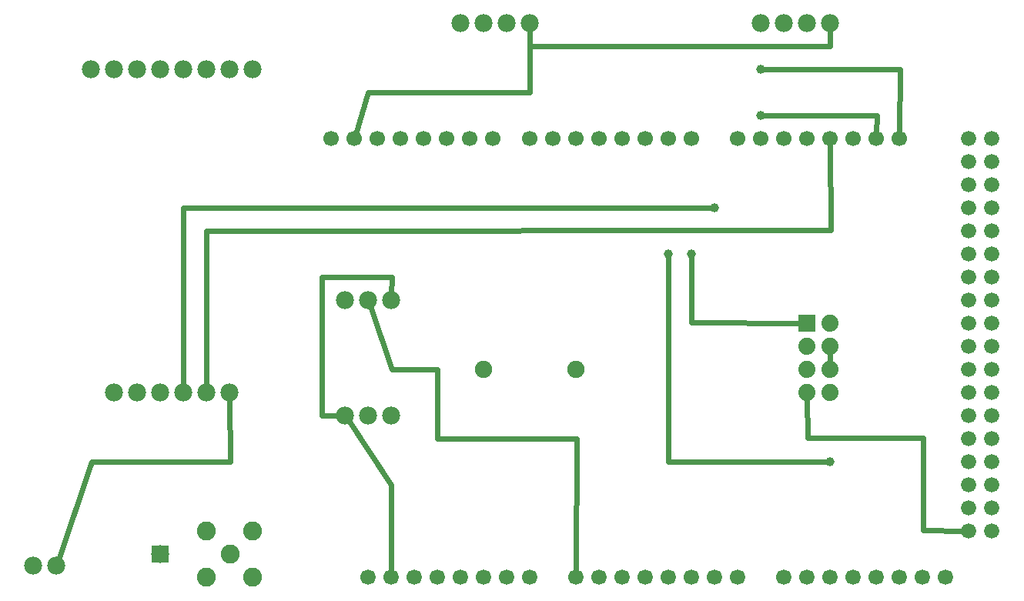
<source format=gtl>
G04 MADE WITH FRITZING*
G04 WWW.FRITZING.ORG*
G04 DOUBLE SIDED*
G04 HOLES PLATED*
G04 CONTOUR ON CENTER OF CONTOUR VECTOR*
%ASAXBY*%
%FSLAX23Y23*%
%MOIN*%
%OFA0B0*%
%SFA1.0B1.0*%
%ADD10C,0.078000*%
%ADD11C,0.066604*%
%ADD12C,0.066632*%
%ADD13C,0.065993*%
%ADD14C,0.074000*%
%ADD15C,0.082000*%
%ADD16C,0.075000*%
%ADD17C,0.039370*%
%ADD18R,0.074000X0.074000*%
%ADD19R,0.078000X0.078000*%
%ADD20C,0.024000*%
%LNCOPPER1*%
G90*
G70*
G54D10*
X448Y2366D03*
X548Y2366D03*
X648Y2366D03*
X748Y2366D03*
X848Y2366D03*
X948Y2366D03*
X1048Y2366D03*
X1148Y2366D03*
G54D11*
X3548Y166D03*
X3648Y166D03*
X3748Y166D03*
X3848Y166D03*
G54D12*
X2188Y2066D03*
G54D11*
X3948Y166D03*
X4048Y166D03*
X4148Y166D03*
G54D13*
X4348Y1166D03*
G54D11*
X2548Y166D03*
X2648Y166D03*
X1948Y166D03*
X2748Y166D03*
X2848Y166D03*
X2948Y166D03*
X3048Y166D03*
X3148Y166D03*
G54D13*
X4348Y1966D03*
G54D11*
X3248Y166D03*
G54D13*
X4348Y366D03*
G54D12*
X2748Y2066D03*
G54D13*
X4348Y1566D03*
X4348Y766D03*
G54D12*
X1788Y2066D03*
G54D11*
X2348Y166D03*
G54D12*
X2348Y2066D03*
G54D13*
X4348Y1766D03*
X4348Y1366D03*
X4348Y966D03*
X4348Y566D03*
G54D12*
X3948Y2066D03*
X3848Y2066D03*
X3748Y2066D03*
X1588Y2066D03*
X3648Y2066D03*
X1988Y2066D03*
X3548Y2066D03*
X3448Y2066D03*
X3348Y2066D03*
X3248Y2066D03*
G54D11*
X1748Y166D03*
X2148Y166D03*
G54D12*
X2948Y2066D03*
X2548Y2066D03*
G54D13*
X4348Y2066D03*
X4348Y1866D03*
X4348Y1666D03*
X4348Y1466D03*
X4348Y1266D03*
X4348Y1066D03*
X4348Y866D03*
X4348Y666D03*
X4348Y466D03*
G54D12*
X1488Y2066D03*
X1688Y2066D03*
X1888Y2066D03*
X2088Y2066D03*
G54D11*
X1648Y166D03*
X1848Y166D03*
X2048Y166D03*
X2248Y166D03*
G54D12*
X3048Y2066D03*
X2848Y2066D03*
X2648Y2066D03*
X2448Y2066D03*
G54D13*
X4248Y2066D03*
X4248Y1966D03*
X4248Y1866D03*
X4248Y1766D03*
X4248Y1666D03*
X4248Y1566D03*
X4248Y1466D03*
X4248Y1366D03*
X4248Y1266D03*
X4248Y1166D03*
X4248Y1066D03*
X4248Y966D03*
X4248Y866D03*
X4248Y766D03*
X4248Y666D03*
X4248Y566D03*
X4248Y466D03*
X4248Y366D03*
G54D11*
X3448Y166D03*
G54D14*
X3648Y1266D03*
X3648Y1166D03*
X3648Y1066D03*
X3648Y966D03*
X3548Y1266D03*
X3548Y1166D03*
X3548Y1066D03*
X3548Y966D03*
G54D10*
X548Y966D03*
X648Y966D03*
X748Y966D03*
X848Y966D03*
X948Y966D03*
X1048Y966D03*
X748Y266D03*
G54D15*
X948Y166D03*
X1049Y266D03*
X1148Y166D03*
X1148Y366D03*
X948Y366D03*
G54D10*
X3348Y2566D03*
X3448Y2566D03*
X3548Y2566D03*
X3648Y2566D03*
X1548Y866D03*
X1648Y866D03*
X1748Y866D03*
G54D16*
X2148Y1066D03*
X2548Y1066D03*
G54D10*
X2048Y2566D03*
X2148Y2566D03*
X2248Y2566D03*
X2348Y2566D03*
X1548Y1366D03*
X1648Y1366D03*
X1748Y1366D03*
X198Y216D03*
X198Y216D03*
X298Y216D03*
G54D17*
X3048Y1566D03*
X3148Y1766D03*
X3647Y666D03*
X2948Y1566D03*
X3348Y2166D03*
X3348Y2366D03*
G54D18*
X3548Y1266D03*
G54D19*
X748Y266D03*
G54D20*
X1748Y566D02*
X1559Y851D01*
D02*
X1748Y185D02*
X1748Y566D01*
D02*
X304Y234D02*
X450Y666D01*
D02*
X450Y666D02*
X1049Y665D01*
D02*
X1049Y665D02*
X1048Y947D01*
D02*
X948Y1667D02*
X3649Y1668D01*
D02*
X3649Y1668D02*
X3648Y2047D01*
D02*
X948Y985D02*
X948Y1667D01*
D02*
X3648Y1086D02*
X3648Y1146D01*
D02*
X4049Y768D02*
X3550Y768D01*
D02*
X4049Y368D02*
X4049Y768D01*
D02*
X3550Y768D02*
X3548Y946D01*
D02*
X4230Y367D02*
X4049Y368D01*
D02*
X3047Y1268D02*
X3048Y1559D01*
D02*
X3528Y1266D02*
X3047Y1268D01*
D02*
X847Y1767D02*
X848Y985D01*
D02*
X1949Y1767D02*
X847Y1767D01*
D02*
X3140Y1766D02*
X1949Y1767D01*
D02*
X3639Y666D02*
X2948Y665D01*
D02*
X2948Y665D02*
X2948Y1559D01*
D02*
X1448Y865D02*
X1448Y1466D01*
D02*
X1448Y1466D02*
X1749Y1466D01*
D02*
X1529Y866D02*
X1448Y865D01*
D02*
X1749Y1466D02*
X1748Y1385D01*
D02*
X2549Y767D02*
X2548Y185D01*
D02*
X1948Y767D02*
X2549Y767D01*
D02*
X1654Y1348D02*
X1749Y1067D01*
D02*
X1948Y1067D02*
X1948Y767D01*
D02*
X1749Y1067D02*
X1948Y1067D01*
D02*
X2347Y2465D02*
X3648Y2465D01*
D02*
X3648Y2465D02*
X3648Y2547D01*
D02*
X2348Y2547D02*
X2347Y2465D01*
D02*
X2347Y2266D02*
X1648Y2266D01*
D02*
X1648Y2266D02*
X1594Y2085D01*
D02*
X2348Y2547D02*
X2347Y2266D01*
D02*
X3849Y2166D02*
X3356Y2166D01*
D02*
X3848Y2085D02*
X3849Y2166D01*
D02*
X3356Y2366D02*
X3949Y2367D01*
D02*
X3949Y2367D02*
X3948Y2085D01*
G04 End of Copper1*
M02*
</source>
